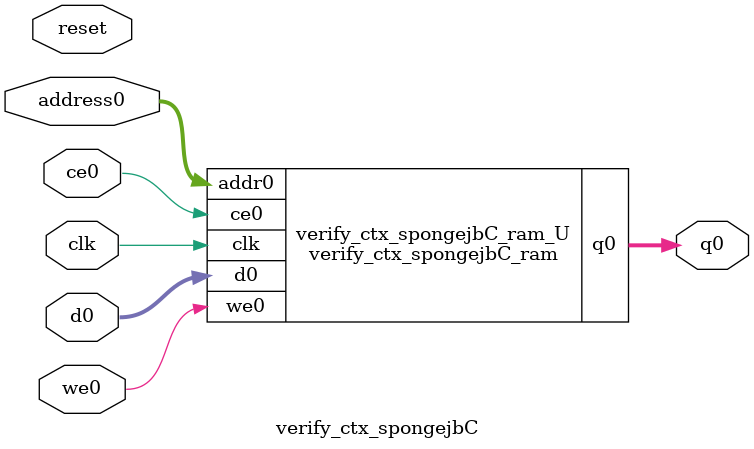
<source format=v>
`timescale 1 ns / 1 ps
module verify_ctx_spongejbC_ram (addr0, ce0, d0, we0, q0,  clk);

parameter DWIDTH = 8;
parameter AWIDTH = 8;
parameter MEM_SIZE = 200;

input[AWIDTH-1:0] addr0;
input ce0;
input[DWIDTH-1:0] d0;
input we0;
output reg[DWIDTH-1:0] q0;
input clk;

(* ram_style = "block" *)reg [DWIDTH-1:0] ram[0:MEM_SIZE-1];




always @(posedge clk)  
begin 
    if (ce0) begin
        if (we0) 
            ram[addr0] <= d0; 
        q0 <= ram[addr0];
    end
end


endmodule

`timescale 1 ns / 1 ps
module verify_ctx_spongejbC(
    reset,
    clk,
    address0,
    ce0,
    we0,
    d0,
    q0);

parameter DataWidth = 32'd8;
parameter AddressRange = 32'd200;
parameter AddressWidth = 32'd8;
input reset;
input clk;
input[AddressWidth - 1:0] address0;
input ce0;
input we0;
input[DataWidth - 1:0] d0;
output[DataWidth - 1:0] q0;



verify_ctx_spongejbC_ram verify_ctx_spongejbC_ram_U(
    .clk( clk ),
    .addr0( address0 ),
    .ce0( ce0 ),
    .we0( we0 ),
    .d0( d0 ),
    .q0( q0 ));

endmodule


</source>
